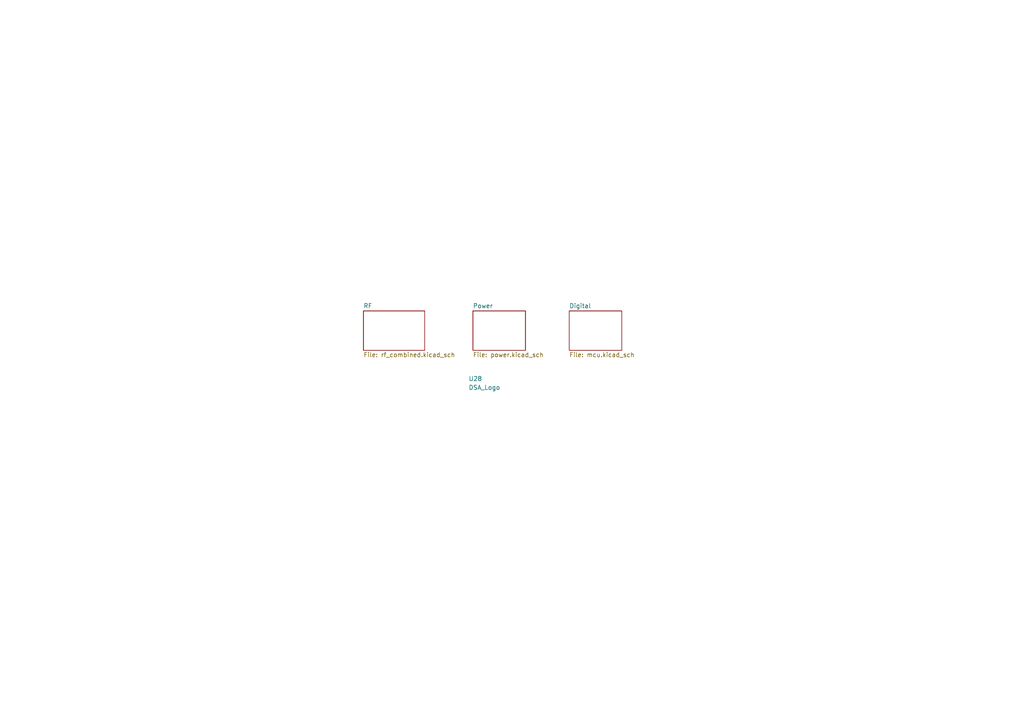
<source format=kicad_sch>
(kicad_sch (version 20211123) (generator eeschema)
  (paper "A4")
  (lib_symbols
    (symbol "DSA2000:DSA_Logo"
      (property "Reference" "U" (at 0 0 0))
      (property "Value" "DSA_Logo" (at 0 0 0))
    )
  )
  (symbol (lib_id "DSA2000:DSA_Logo") (at 134.62 111.125 0) (unit 1)
    (property "Reference" "U28" (at 135.89 109.8549 0) (effects (justify left)))
    (property "Value" "DSA_Logo" (at 135.89 112.3949 0) (effects (justify left)))
    (property "Footprint" "DSA2000:DSAlogo_letterswhite" (effects hide))
  )
  (sheet (at 105.41 90.17) (size 17.78 11.43) (stroke (width 0.1524))
    (property "Sheet name" "RF" (at 105.41 89.4584 0) (effects (justify left bottom)))
    (property "Sheet file" "rf_combined.kicad_sch" (at 105.41 102.1846 0) (effects (justify left top)))
  )
  (sheet (at 165.1 90.17) (size 15.24 11.43) (stroke (width 0.1524))
    (property "Sheet name" "Digital" (at 165.1 89.4584 0) (effects (justify left bottom)))
    (property "Sheet file" "mcu.kicad_sch" (at 165.1 102.1846 0) (effects (justify left top)))
  )
  (sheet (at 137.16 90.17) (size 15.24 11.43) (stroke (width 0.1524))
    (property "Sheet name" "Power" (at 137.16 89.4584 0) (effects (justify left bottom)))
    (property "Sheet file" "power.kicad_sch" (at 137.16 102.1846 0) (effects (justify left top)))
  )
)
</source>
